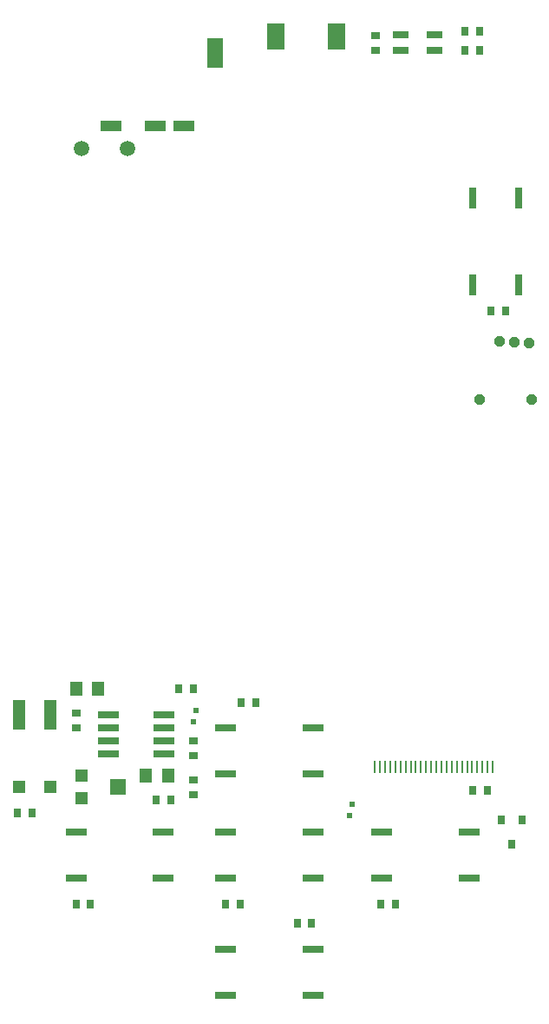
<source format=gbr>
%TF.GenerationSoftware,Altium Limited,Altium Designer,19.0.12 (326)*%
G04 Layer_Color=255*
%FSLAX26Y26*%
%MOIN*%
%TF.FileFunction,Pads,Top*%
%TF.Part,Single*%
G01*
G75*
%TA.AperFunction,SMDPad,CuDef*%
%ADD10R,0.059055X0.118110*%
%ADD11R,0.078740X0.039370*%
%ADD12R,0.010000X0.047244*%
%ADD13R,0.078740X0.031496*%
%ADD14R,0.047244X0.118110*%
%ADD15R,0.045000X0.054000*%
%ADD16R,0.031000X0.038000*%
%ADD17R,0.038000X0.031000*%
%ADD18R,0.019685X0.019685*%
%ADD19R,0.078740X0.027559*%
%ADD20R,0.047244X0.047244*%
%ADD21R,0.062992X0.062992*%
%ADD22R,0.047244X0.051181*%
%ADD23R,0.031496X0.037402*%
%ADD24R,0.031496X0.078740*%
%TA.AperFunction,ConnectorPad*%
%ADD25R,0.066929X0.098425*%
%TA.AperFunction,SMDPad,CuDef*%
%ADD26R,0.062992X0.031496*%
%TA.AperFunction,ViaPad*%
G04:AMPARAMS|DCode=31|XSize=39.37mil|YSize=39.37mil|CornerRadius=0mil|HoleSize=0mil|Usage=FLASHONLY|Rotation=0.000|XOffset=0mil|YOffset=0mil|HoleType=Round|Shape=Octagon|*
%AMOCTAGOND31*
4,1,8,0.019685,-0.009842,0.019685,0.009842,0.009843,0.019685,-0.009843,0.019685,-0.019685,0.009842,-0.019685,-0.009842,-0.009843,-0.019685,0.009843,-0.019685,0.019685,-0.009842,0.0*
%
%ADD31OCTAGOND31*%

%TA.AperFunction,ComponentPad*%
%ADD32C,0.059055*%
D10*
X860000Y3790000D02*
D03*
D11*
X740000Y3510000D02*
D03*
X630000D02*
D03*
X460000D02*
D03*
D12*
X1473780Y1050000D02*
D03*
X1493464D02*
D03*
X1513150D02*
D03*
X1532834D02*
D03*
X1552520D02*
D03*
X1572204D02*
D03*
X1591890D02*
D03*
X1611574D02*
D03*
X1631260D02*
D03*
X1650944D02*
D03*
X1670630D02*
D03*
X1690314D02*
D03*
X1710000D02*
D03*
X1729686D02*
D03*
X1749370D02*
D03*
X1769056D02*
D03*
X1788740D02*
D03*
X1808426D02*
D03*
X1828110D02*
D03*
X1847796D02*
D03*
X1867480D02*
D03*
X1887166D02*
D03*
X1906850D02*
D03*
X1926536D02*
D03*
D13*
X659646Y622834D02*
D03*
Y800000D02*
D03*
X900000Y622834D02*
D03*
Y800000D02*
D03*
Y1022834D02*
D03*
Y1200000D02*
D03*
X1234646Y1022834D02*
D03*
Y800000D02*
D03*
Y622834D02*
D03*
Y350000D02*
D03*
Y172834D02*
D03*
X900000Y350000D02*
D03*
Y172834D02*
D03*
X1500000Y622834D02*
D03*
Y800000D02*
D03*
X1834646Y622834D02*
D03*
Y800000D02*
D03*
X1234646Y1200000D02*
D03*
X325000Y800000D02*
D03*
Y622834D02*
D03*
D14*
X225000Y1250000D02*
D03*
X106890D02*
D03*
D15*
X594000Y1018308D02*
D03*
X679000D02*
D03*
X410000Y1350000D02*
D03*
X325000D02*
D03*
D16*
X381000Y525000D02*
D03*
X325000D02*
D03*
X156000Y875000D02*
D03*
X100000D02*
D03*
X634000Y925000D02*
D03*
X690000D02*
D03*
X900000Y525000D02*
D03*
X956000D02*
D03*
X1175000Y450000D02*
D03*
X1231000D02*
D03*
X1496850Y525000D02*
D03*
X1552850D02*
D03*
X1906000Y960000D02*
D03*
X1850000D02*
D03*
X1016000Y1298032D02*
D03*
X960000D02*
D03*
X775000Y1350000D02*
D03*
X719000D02*
D03*
X1919000Y2800000D02*
D03*
X1975000D02*
D03*
X1875000Y3800000D02*
D03*
X1819000D02*
D03*
Y3875000D02*
D03*
X1875000D02*
D03*
D17*
X775000Y944000D02*
D03*
Y1000000D02*
D03*
Y1094000D02*
D03*
Y1150000D02*
D03*
X325000Y1200000D02*
D03*
Y1256000D02*
D03*
X1475000Y3800000D02*
D03*
Y3856000D02*
D03*
D18*
X786810Y1268308D02*
D03*
X775000Y1225000D02*
D03*
X1375000Y861930D02*
D03*
X1386812Y905238D02*
D03*
D19*
X662300Y1100000D02*
D03*
Y1150000D02*
D03*
Y1200000D02*
D03*
Y1250000D02*
D03*
X449702D02*
D03*
Y1200000D02*
D03*
Y1150000D02*
D03*
Y1100000D02*
D03*
D20*
X347206Y931692D02*
D03*
Y1018308D02*
D03*
D21*
X485000Y975000D02*
D03*
D22*
X225000Y975000D02*
D03*
X106890D02*
D03*
D23*
X1960630Y847244D02*
D03*
X2000000Y752756D02*
D03*
X2039370Y847244D02*
D03*
D24*
X2027166Y2900000D02*
D03*
X1850000D02*
D03*
X2027166Y3234646D02*
D03*
X1850000D02*
D03*
D25*
X1325000Y3852000D02*
D03*
X1092716D02*
D03*
D26*
X1702756Y3800000D02*
D03*
Y3859056D02*
D03*
X1572834D02*
D03*
Y3800000D02*
D03*
D31*
X2075077Y2458971D02*
D03*
X2065000Y2677463D02*
D03*
X2009000Y2679000D02*
D03*
X1952000Y2682024D02*
D03*
X1875000Y2458464D02*
D03*
D32*
X524372Y3425000D02*
D03*
X347206D02*
D03*
%TF.MD5,c730455768e77df005aad3f126a70dfb*%
M02*

</source>
